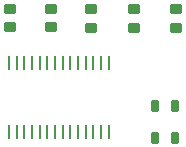
<source format=gbr>
G04 DipTrace 4.1.3.1*
G04 TopPaste.gbr*
%MOIN*%
G04 #@! TF.FileFunction,Paste,Top*
G04 #@! TF.Part,Single*
%AMOUTLINE2*
4,1,28,
-0.019094,-0.009517,
-0.019094,0.009517,
-0.018823,0.011577,
-0.018078,0.013377,
-0.016892,0.014923,
-0.015346,0.016109,
-0.013546,0.016855,
-0.011485,0.017126,
0.011485,0.017126,
0.013546,0.016855,
0.015346,0.016109,
0.016892,0.014923,
0.018078,0.013377,
0.018823,0.011577,
0.019094,0.009517,
0.019094,-0.009517,
0.018823,-0.011577,
0.018078,-0.013377,
0.016892,-0.014923,
0.015346,-0.016109,
0.013546,-0.016855,
0.011485,-0.017126,
-0.011485,-0.017126,
-0.013546,-0.016855,
-0.015346,-0.016109,
-0.016892,-0.014923,
-0.018078,-0.013377,
-0.018823,-0.011577,
-0.019094,-0.009517,
0*%
%AMOUTLINE5*
4,1,28,
0.019094,0.009517,
0.019094,-0.009517,
0.018823,-0.011577,
0.018078,-0.013377,
0.016892,-0.014923,
0.015346,-0.016109,
0.013546,-0.016855,
0.011485,-0.017126,
-0.011485,-0.017126,
-0.013546,-0.016855,
-0.015346,-0.016109,
-0.016892,-0.014923,
-0.018078,-0.013377,
-0.018823,-0.011577,
-0.019094,-0.009517,
-0.019094,0.009517,
-0.018823,0.011577,
-0.018078,0.013377,
-0.016892,0.014923,
-0.015346,0.016109,
-0.013546,0.016855,
-0.011485,0.017126,
0.011485,0.017126,
0.013546,0.016855,
0.015346,0.016109,
0.016892,0.014923,
0.018078,0.013377,
0.018823,0.011577,
0.019094,0.009517,
0*%
%AMOUTLINE8*
4,1,28,
-0.008336,0.019094,
0.008336,0.019094,
0.010091,0.018863,
0.011606,0.018236,
0.012907,0.017237,
0.013905,0.015936,
0.014533,0.014421,
0.014764,0.012666,
0.014764,-0.012666,
0.014533,-0.014421,
0.013905,-0.015936,
0.012907,-0.017237,
0.011606,-0.018236,
0.010091,-0.018863,
0.008336,-0.019094,
-0.008336,-0.019094,
-0.010091,-0.018863,
-0.011606,-0.018236,
-0.012907,-0.017237,
-0.013905,-0.015936,
-0.014533,-0.014421,
-0.014764,-0.012666,
-0.014764,0.012666,
-0.014533,0.014421,
-0.013905,0.015936,
-0.012907,0.017237,
-0.011606,0.018236,
-0.010091,0.018863,
-0.008336,0.019094,
0*%
%AMOUTLINE11*
4,1,28,
0.008336,-0.019094,
-0.008336,-0.019094,
-0.010091,-0.018863,
-0.011606,-0.018236,
-0.012907,-0.017237,
-0.013905,-0.015936,
-0.014533,-0.014421,
-0.014764,-0.012666,
-0.014764,0.012666,
-0.014533,0.014421,
-0.013905,0.015936,
-0.012907,0.017237,
-0.011606,0.018236,
-0.010091,0.018863,
-0.008336,0.019094,
0.008336,0.019094,
0.010091,0.018863,
0.011606,0.018236,
0.012907,0.017237,
0.013905,0.015936,
0.014533,0.014421,
0.014764,0.012666,
0.014764,-0.012666,
0.014533,-0.014421,
0.013905,-0.015936,
0.012907,-0.017237,
0.011606,-0.018236,
0.010091,-0.018863,
0.008336,-0.019094,
0*%
%ADD30R,0.00748X0.049213*%
%ADD35OUTLINE2*%
%ADD38OUTLINE5*%
%ADD41OUTLINE8*%
%ADD44OUTLINE11*%
%FSLAX26Y26*%
G04*
G70*
G90*
G75*
G01*
G04 TopPaste*
%LPD*%
D30*
X479685Y773425D3*
X505276D3*
X530866D3*
X556457D3*
X582047D3*
X607638D3*
X633228D3*
X658819D3*
X684409D3*
X710000D3*
X735591D3*
X761181D3*
X786772D3*
X812362D3*
Y1003740D3*
X786772D3*
X761181D3*
X735591D3*
X710000D3*
X684409D3*
X658819D3*
X633228D3*
X607638D3*
X582047D3*
X556457D3*
X530866D3*
X505276D3*
X479685D3*
D35*
X483966Y1122756D3*
D38*
Y1185748D3*
D35*
X621467Y1122598D3*
D38*
Y1185591D3*
D35*
X752717Y1122165D3*
D38*
Y1185157D3*
D35*
X896467Y1122165D3*
D38*
Y1185157D3*
D35*
X1036850Y1122402D3*
D38*
Y1185394D3*
D41*
X966184Y859306D3*
D44*
X1032719D3*
D41*
X966184Y754898D3*
D44*
X1032719D3*
M02*

</source>
